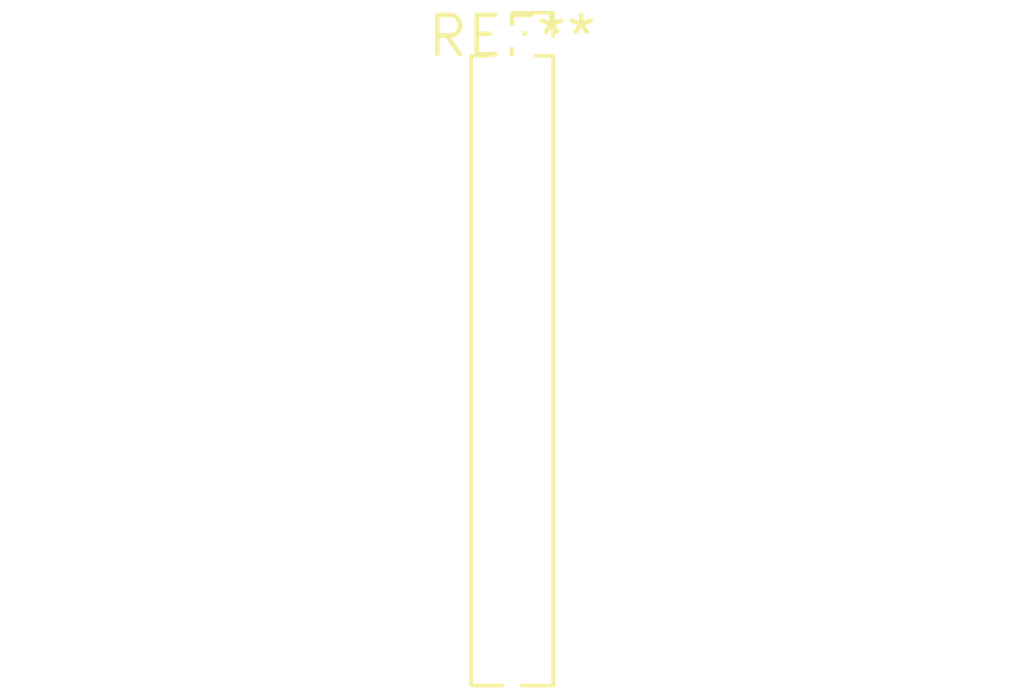
<source format=kicad_pcb>
(kicad_pcb (version 20240108) (generator pcbnew)
  (layers (0 "F.Cu" signal) (31 "B.Cu" signal) (34 "B.Paste" user) (35 "F.Paste" user) (36 "B.SilkS" user "B.Silkscreen") (37 "F.SilkS" user "F.Silkscreen") (38 "B.Mask" user) (39 "F.Mask" user) (44 "Edge.Cuts" user))
  (net 0 "")
  (footprint "PinSocket_1x17_P1.27mm_Vertical" (layer "F.Cu") (at 0 0)
    (property "Reference" "REF**")
    (property "Value" "PinSocket_1x17_P1.27mm_Vertical")
    (fp_line (start -1.33 0.635) (end -1.33 21.015) (layer "F.SilkS") (stroke (width 0.12)))
    (fp_line (start -1.33 0.635) (end -0.76 0.635) (layer "F.SilkS") (stroke (width 0.12)))
    (fp_line (start -1.33 21.015) (end -0.30753 21.015) (layer "F.SilkS") (stroke (width 0.12)))
    (fp_line (start 0 -0.76) (end 1.33 -0.76) (layer "F.SilkS") (stroke (width 0.12)))
    (fp_line (start 0.30753 21.015) (end 1.33 21.015) (layer "F.SilkS") (stroke (width 0.12)))
    (fp_line (start 0.76 0.635) (end 1.33 0.635) (layer "F.SilkS") (stroke (width 0.12)))
    (fp_line (start 1.33 -0.76) (end 1.33 0) (layer "F.SilkS") (stroke (width 0.12)))
    (fp_line (start 1.33 0.635) (end 1.33 21.015) (layer "F.SilkS") (stroke (width 0.12)))
    (pad "1" thru_hole rect (at 0 0) (size 1 1) (drill 0.7) (layers *.Cu *.Mask) (remove_unused_layers))
    (pad "2" thru_hole oval (at 0 1.27) (size 1 1) (drill 0.7) (layers *.Cu *.Mask) (remove_unused_layers))
    (pad "3" thru_hole oval (at 0 2.54) (size 1 1) (drill 0.7) (layers *.Cu *.Mask) (remove_unused_layers))
    (pad "4" thru_hole oval (at 0 3.81) (size 1 1) (drill 0.7) (layers *.Cu *.Mask) (remove_unused_layers))
    (pad "5" thru_hole oval (at 0 5.08) (size 1 1) (drill 0.7) (layers *.Cu *.Mask) (remove_unused_layers))
    (pad "6" thru_hole oval (at 0 6.35) (size 1 1) (drill 0.7) (layers *.Cu *.Mask) (remove_unused_layers))
    (pad "7" thru_hole oval (at 0 7.62) (size 1 1) (drill 0.7) (layers *.Cu *.Mask) (remove_unused_layers))
    (pad "8" thru_hole oval (at 0 8.89) (size 1 1) (drill 0.7) (layers *.Cu *.Mask) (remove_unused_layers))
    (pad "9" thru_hole oval (at 0 10.16) (size 1 1) (drill 0.7) (layers *.Cu *.Mask) (remove_unused_layers))
    (pad "10" thru_hole oval (at 0 11.43) (size 1 1) (drill 0.7) (layers *.Cu *.Mask) (remove_unused_layers))
    (pad "11" thru_hole oval (at 0 12.7) (size 1 1) (drill 0.7) (layers *.Cu *.Mask) (remove_unused_layers))
    (pad "12" thru_hole oval (at 0 13.97) (size 1 1) (drill 0.7) (layers *.Cu *.Mask) (remove_unused_layers))
    (pad "13" thru_hole oval (at 0 15.24) (size 1 1) (drill 0.7) (layers *.Cu *.Mask) (remove_unused_layers))
    (pad "14" thru_hole oval (at 0 16.51) (size 1 1) (drill 0.7) (layers *.Cu *.Mask) (remove_unused_layers))
    (pad "15" thru_hole oval (at 0 17.78) (size 1 1) (drill 0.7) (layers *.Cu *.Mask) (remove_unused_layers))
    (pad "16" thru_hole oval (at 0 19.05) (size 1 1) (drill 0.7) (layers *.Cu *.Mask) (remove_unused_layers))
    (pad "17" thru_hole oval (at 0 20.32) (size 1 1) (drill 0.7) (layers *.Cu *.Mask) (remove_unused_layers))
  )
)
</source>
